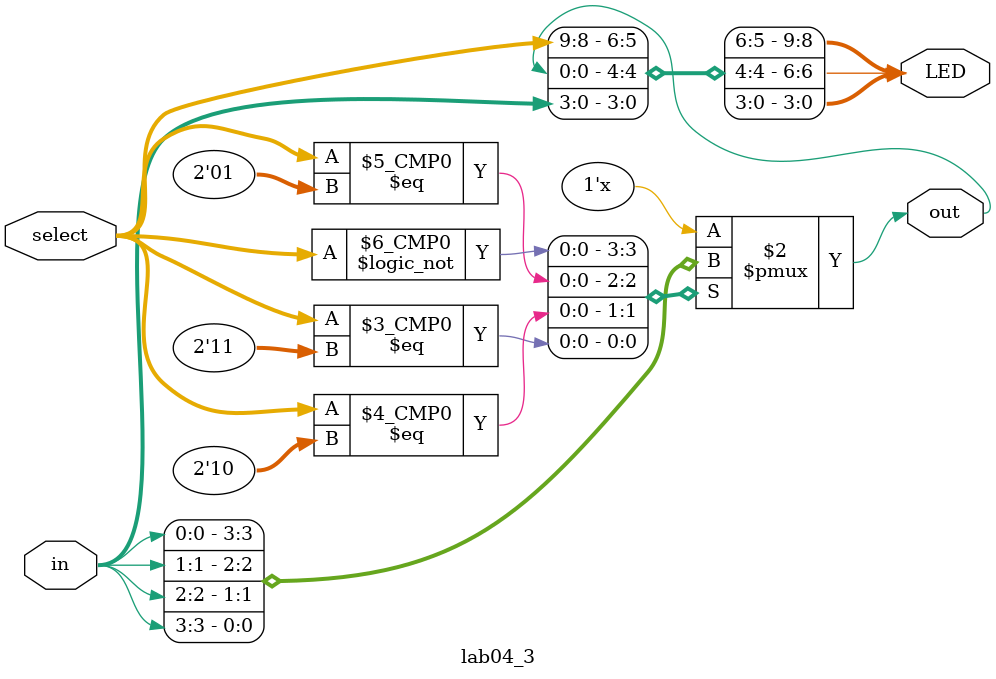
<source format=v>
module lab04_3( LED, in, select, out ); // 4:1 multiplexer
	input [3:0]in; 		 // inputs 0 to 3
	input [9:8]select;    // selector 8 & 9
	output[9:0]LED;       // LED representations of inputs, selector & output 
	output reg out;       // output acts as register
	
	
//part 3: using "case" statement

	always @ (select)
	begin
		case (select)  //2-bit selector
			                      // S8 S9 out       LED[6] 
			2'b00: out = in[0];   // 0  0  input 0   LED[0]
			2'b01: out = in[1];   // 0  1  input 1   LED[1]
			2'b10: out = in[2];   // 1  0  input 2   LED[2]
			2'b11: out = in[3];   // 1  1  input 3   LED[3]
			
		endcase
	end

	// assign value of controlled elements to be represented on LED
	
	assign LED[0] = in[0];  // LHS has to be assigned by the RHS, not the other way around
	assign LED[1] = in[1];
	assign LED[2] = in[2];
	assign LED[3] = in[3];
	assign LED[8] = select[8];
	assign LED[9] = select[9];
	
	// assign value of output to be represented on LED
	
	assign LED[6] = out;
	
endmodule

</source>
